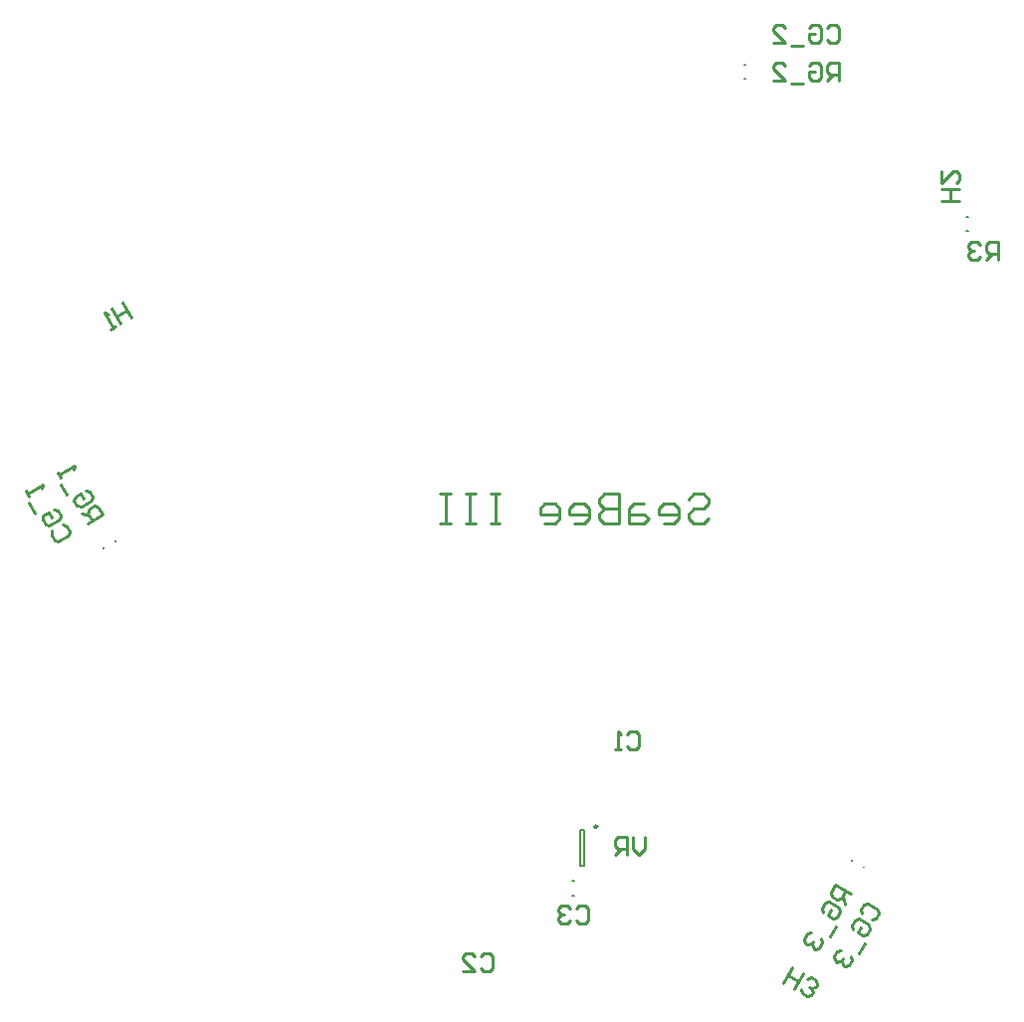
<source format=gbo>
%FSLAX23Y23*%
%MOIN*%
G70*
G01*
G75*
G04 Layer_Color=32896*
%ADD10R,0.057X0.065*%
G04:AMPARAMS|DCode=11|XSize=14mil|YSize=87mil|CornerRadius=0mil|HoleSize=0mil|Usage=FLASHONLY|Rotation=30.000|XOffset=0mil|YOffset=0mil|HoleType=Round|Shape=Rectangle|*
%AMROTATEDRECTD11*
4,1,4,0.016,-0.041,-0.028,0.034,-0.016,0.041,0.028,-0.034,0.016,-0.041,0.0*
%
%ADD11ROTATEDRECTD11*%

G04:AMPARAMS|DCode=12|XSize=55mil|YSize=47mil|CornerRadius=0mil|HoleSize=0mil|Usage=FLASHONLY|Rotation=210.000|XOffset=0mil|YOffset=0mil|HoleType=Round|Shape=Rectangle|*
%AMROTATEDRECTD12*
4,1,4,0.012,0.034,0.036,-0.007,-0.012,-0.034,-0.036,0.007,0.012,0.034,0.0*
%
%ADD12ROTATEDRECTD12*%

G04:AMPARAMS|DCode=13|XSize=12mil|YSize=35mil|CornerRadius=0mil|HoleSize=0mil|Usage=FLASHONLY|Rotation=30.000|XOffset=0mil|YOffset=0mil|HoleType=Round|Shape=Rectangle|*
%AMROTATEDRECTD13*
4,1,4,0.004,-0.018,-0.014,0.012,-0.004,0.018,0.014,-0.012,0.004,-0.018,0.0*
%
%ADD13ROTATEDRECTD13*%

G04:AMPARAMS|DCode=14|XSize=47mil|YSize=31mil|CornerRadius=0mil|HoleSize=0mil|Usage=FLASHONLY|Rotation=210.000|XOffset=0mil|YOffset=0mil|HoleType=Round|Shape=Rectangle|*
%AMROTATEDRECTD14*
4,1,4,0.013,0.025,0.028,-0.002,-0.013,-0.025,-0.028,0.002,0.013,0.025,0.0*
%
%ADD14ROTATEDRECTD14*%

G04:AMPARAMS|DCode=15|XSize=53mil|YSize=41mil|CornerRadius=0mil|HoleSize=0mil|Usage=FLASHONLY|Rotation=210.000|XOffset=0mil|YOffset=0mil|HoleType=Round|Shape=Rectangle|*
%AMROTATEDRECTD15*
4,1,4,0.013,0.031,0.033,-0.005,-0.013,-0.031,-0.033,0.005,0.013,0.031,0.0*
%
%ADD15ROTATEDRECTD15*%

G04:AMPARAMS|DCode=16|XSize=59mil|YSize=49mil|CornerRadius=0mil|HoleSize=0mil|Usage=FLASHONLY|Rotation=210.000|XOffset=0mil|YOffset=0mil|HoleType=Round|Shape=Rectangle|*
%AMROTATEDRECTD16*
4,1,4,0.013,0.036,0.038,-0.007,-0.013,-0.036,-0.038,0.007,0.013,0.036,0.0*
%
%ADD16ROTATEDRECTD16*%

G04:AMPARAMS|DCode=17|XSize=59mil|YSize=49mil|CornerRadius=0mil|HoleSize=0mil|Usage=FLASHONLY|Rotation=300.000|XOffset=0mil|YOffset=0mil|HoleType=Round|Shape=Rectangle|*
%AMROTATEDRECTD17*
4,1,4,-0.036,0.013,0.007,0.038,0.036,-0.013,-0.007,-0.038,-0.036,0.013,0.0*
%
%ADD17ROTATEDRECTD17*%

%ADD18R,0.055X0.047*%
G04:AMPARAMS|DCode=19|XSize=55mil|YSize=47mil|CornerRadius=0mil|HoleSize=0mil|Usage=FLASHONLY|Rotation=120.000|XOffset=0mil|YOffset=0mil|HoleType=Round|Shape=Rectangle|*
%AMROTATEDRECTD19*
4,1,4,0.034,-0.012,-0.007,-0.036,-0.034,0.012,0.007,0.036,0.034,-0.012,0.0*
%
%ADD19ROTATEDRECTD19*%

G04:AMPARAMS|DCode=20|XSize=55mil|YSize=47mil|CornerRadius=0mil|HoleSize=0mil|Usage=FLASHONLY|Rotation=240.000|XOffset=0mil|YOffset=0mil|HoleType=Round|Shape=Rectangle|*
%AMROTATEDRECTD20*
4,1,4,-0.007,0.036,0.034,0.012,0.007,-0.036,-0.034,-0.012,-0.007,0.036,0.0*
%
%ADD20ROTATEDRECTD20*%

%ADD21R,0.047X0.055*%
G04:AMPARAMS|DCode=22|XSize=55mil|YSize=47mil|CornerRadius=0mil|HoleSize=0mil|Usage=FLASHONLY|Rotation=330.000|XOffset=0mil|YOffset=0mil|HoleType=Round|Shape=Rectangle|*
%AMROTATEDRECTD22*
4,1,4,-0.036,-0.007,-0.012,0.034,0.036,0.007,0.012,-0.034,-0.036,-0.007,0.0*
%
%ADD22ROTATEDRECTD22*%

%ADD23R,0.035X0.012*%
G04:AMPARAMS|DCode=24|XSize=12mil|YSize=35mil|CornerRadius=0mil|HoleSize=0mil|Usage=FLASHONLY|Rotation=150.000|XOffset=0mil|YOffset=0mil|HoleType=Round|Shape=Rectangle|*
%AMROTATEDRECTD24*
4,1,4,0.014,0.012,-0.004,-0.018,-0.014,-0.012,0.004,0.018,0.014,0.012,0.0*
%
%ADD24ROTATEDRECTD24*%

%ADD25R,0.053X0.041*%
G04:AMPARAMS|DCode=26|XSize=53mil|YSize=41mil|CornerRadius=0mil|HoleSize=0mil|Usage=FLASHONLY|Rotation=120.000|XOffset=0mil|YOffset=0mil|HoleType=Round|Shape=Rectangle|*
%AMROTATEDRECTD26*
4,1,4,0.031,-0.013,-0.005,-0.033,-0.031,0.013,0.005,0.033,0.031,-0.013,0.0*
%
%ADD26ROTATEDRECTD26*%

G04:AMPARAMS|DCode=27|XSize=53mil|YSize=41mil|CornerRadius=0mil|HoleSize=0mil|Usage=FLASHONLY|Rotation=240.000|XOffset=0mil|YOffset=0mil|HoleType=Round|Shape=Rectangle|*
%AMROTATEDRECTD27*
4,1,4,-0.005,0.033,0.031,0.013,0.005,-0.033,-0.031,-0.013,-0.005,0.033,0.0*
%
%ADD27ROTATEDRECTD27*%

%ADD28R,0.047X0.031*%
G04:AMPARAMS|DCode=29|XSize=47mil|YSize=31mil|CornerRadius=0mil|HoleSize=0mil|Usage=FLASHONLY|Rotation=300.000|XOffset=0mil|YOffset=0mil|HoleType=Round|Shape=Rectangle|*
%AMROTATEDRECTD29*
4,1,4,-0.025,0.013,0.002,0.028,0.025,-0.013,-0.002,-0.028,-0.025,0.013,0.0*
%
%ADD29ROTATEDRECTD29*%

G04:AMPARAMS|DCode=30|XSize=47mil|YSize=31mil|CornerRadius=0mil|HoleSize=0mil|Usage=FLASHONLY|Rotation=60.000|XOffset=0mil|YOffset=0mil|HoleType=Round|Shape=Rectangle|*
%AMROTATEDRECTD30*
4,1,4,0.002,-0.028,-0.025,-0.013,-0.002,0.028,0.025,0.013,0.002,-0.028,0.0*
%
%ADD30ROTATEDRECTD30*%

%ADD31R,0.059X0.049*%
%ADD32R,0.049X0.059*%
G04:AMPARAMS|DCode=33|XSize=59mil|YSize=49mil|CornerRadius=0mil|HoleSize=0mil|Usage=FLASHONLY|Rotation=60.000|XOffset=0mil|YOffset=0mil|HoleType=Round|Shape=Rectangle|*
%AMROTATEDRECTD33*
4,1,4,0.007,-0.038,-0.036,-0.013,-0.007,0.038,0.036,0.013,0.007,-0.038,0.0*
%
%ADD33ROTATEDRECTD33*%

G04:AMPARAMS|DCode=34|XSize=59mil|YSize=49mil|CornerRadius=0mil|HoleSize=0mil|Usage=FLASHONLY|Rotation=150.000|XOffset=0mil|YOffset=0mil|HoleType=Round|Shape=Rectangle|*
%AMROTATEDRECTD34*
4,1,4,0.038,0.007,0.013,-0.036,-0.038,-0.007,-0.013,0.036,0.038,0.007,0.0*
%
%ADD34ROTATEDRECTD34*%

%ADD35R,0.087X0.014*%
G04:AMPARAMS|DCode=36|XSize=14mil|YSize=87mil|CornerRadius=0mil|HoleSize=0mil|Usage=FLASHONLY|Rotation=150.000|XOffset=0mil|YOffset=0mil|HoleType=Round|Shape=Rectangle|*
%AMROTATEDRECTD36*
4,1,4,0.028,0.034,-0.016,-0.041,-0.028,-0.034,0.016,0.041,0.028,0.034,0.0*
%
%ADD36ROTATEDRECTD36*%

G04:AMPARAMS|DCode=37|XSize=47mil|YSize=31mil|CornerRadius=0mil|HoleSize=0mil|Usage=FLASHONLY|Rotation=330.000|XOffset=0mil|YOffset=0mil|HoleType=Round|Shape=Rectangle|*
%AMROTATEDRECTD37*
4,1,4,-0.028,-0.002,-0.013,0.025,0.028,0.002,0.013,-0.025,-0.028,-0.002,0.0*
%
%ADD37ROTATEDRECTD37*%

G04:AMPARAMS|DCode=38|XSize=53mil|YSize=41mil|CornerRadius=0mil|HoleSize=0mil|Usage=FLASHONLY|Rotation=330.000|XOffset=0mil|YOffset=0mil|HoleType=Round|Shape=Rectangle|*
%AMROTATEDRECTD38*
4,1,4,-0.033,-0.005,-0.013,0.031,0.033,0.005,0.013,-0.031,-0.033,-0.005,0.0*
%
%ADD38ROTATEDRECTD38*%

%ADD39R,0.031X0.047*%
%ADD40R,0.041X0.053*%
%ADD41C,0.010*%
%ADD42C,0.130*%
%ADD43C,0.060*%
%ADD44P,0.084X4X165.0*%
%ADD45C,0.059*%
%ADD46R,0.059X0.059*%
%ADD47P,0.084X4X285.0*%
%ADD48C,0.050*%
%ADD49R,0.045X0.024*%
%ADD50R,0.077X0.049*%
%ADD51R,0.049X0.077*%
%ADD52C,0.024*%
%ADD53C,0.010*%
%ADD54C,0.008*%
%ADD55C,0.008*%
D41*
X11053Y3038D02*
X11070Y3055D01*
X11103D01*
X11120Y3038D01*
Y3022D01*
X11103Y3005D01*
X11070D01*
X11053Y2988D01*
Y2972D01*
X11070Y2955D01*
X11103D01*
X11120Y2972D01*
X10970Y2955D02*
X11003D01*
X11020Y2972D01*
Y3005D01*
X11003Y3022D01*
X10970D01*
X10953Y3005D01*
Y2988D01*
X11020D01*
X10903Y3022D02*
X10870D01*
X10853Y3005D01*
Y2955D01*
X10903D01*
X10920Y2972D01*
X10903Y2988D01*
X10853D01*
X10820Y3055D02*
Y2955D01*
X10770D01*
X10753Y2972D01*
Y2988D01*
X10770Y3005D01*
X10820D01*
X10770D01*
X10753Y3022D01*
Y3038D01*
X10770Y3055D01*
X10820D01*
X10670Y2955D02*
X10703D01*
X10720Y2972D01*
Y3005D01*
X10703Y3022D01*
X10670D01*
X10653Y3005D01*
Y2988D01*
X10720D01*
X10570Y2955D02*
X10604D01*
X10620Y2972D01*
Y3005D01*
X10604Y3022D01*
X10570D01*
X10554Y3005D01*
Y2988D01*
X10620D01*
X10420Y3055D02*
X10387D01*
X10404D01*
Y2955D01*
X10420D01*
X10387D01*
X10337Y3055D02*
X10304D01*
X10320D01*
Y2955D01*
X10337D01*
X10304D01*
X10254Y3055D02*
X10220D01*
X10237D01*
Y2955D01*
X10254D01*
X10220D01*
X11595Y1716D02*
X11543Y1746D01*
X11528Y1720D01*
X11532Y1706D01*
X11549Y1696D01*
X11563Y1700D01*
X11578Y1726D01*
X11568Y1709D02*
X11575Y1681D01*
X11502Y1654D02*
X11498Y1668D01*
X11508Y1685D01*
X11522Y1689D01*
X11556Y1669D01*
X11560Y1655D01*
X11550Y1638D01*
X11536Y1634D01*
X11519Y1644D01*
X11529Y1662D01*
X11544Y1607D02*
X11524Y1573D01*
X11462Y1585D02*
X11448Y1582D01*
X11438Y1564D01*
X11442Y1551D01*
X11450Y1546D01*
X11464Y1549D01*
X11469Y1558D01*
X11464Y1549D01*
X11468Y1536D01*
X11476Y1531D01*
X11490Y1534D01*
X11500Y1552D01*
X11496Y1565D01*
X11555Y4440D02*
Y4500D01*
X11525D01*
X11515Y4490D01*
Y4470D01*
X11525Y4460D01*
X11555D01*
X11535D02*
X11515Y4440D01*
X11455Y4490D02*
X11465Y4500D01*
X11485D01*
X11495Y4490D01*
Y4450D01*
X11485Y4440D01*
X11465D01*
X11455Y4450D01*
Y4470D01*
X11475D01*
X11435Y4430D02*
X11395D01*
X11335Y4440D02*
X11375D01*
X11335Y4480D01*
Y4490D01*
X11345Y4500D01*
X11365D01*
X11375Y4490D01*
X9038Y2955D02*
X9090Y2985D01*
X9075Y3011D01*
X9061Y3015D01*
X9044Y3005D01*
X9040Y2991D01*
X9055Y2965D01*
X9045Y2982D02*
X9018Y2990D01*
X9031Y3066D02*
X9045Y3063D01*
X9055Y3045D01*
X9051Y3032D01*
X9017Y3012D01*
X9003Y3016D01*
X8993Y3033D01*
X8997Y3046D01*
X9014Y3056D01*
X9024Y3039D01*
X8969Y3054D02*
X8949Y3088D01*
X8948Y3111D02*
X8938Y3128D01*
X8943Y3119D01*
X8995Y3149D01*
X8991Y3136D01*
X12090Y3840D02*
Y3900D01*
X12060D01*
X12050Y3890D01*
Y3870D01*
X12060Y3860D01*
X12090D01*
X12070D02*
X12050Y3840D01*
X12030Y3890D02*
X12020Y3900D01*
X12000D01*
X11990Y3890D01*
Y3880D01*
X12000Y3870D01*
X12010D01*
X12000D01*
X11990Y3860D01*
Y3850D01*
X12000Y3840D01*
X12020D01*
X12030Y3850D01*
X11631Y1649D02*
X11628Y1663D01*
X11638Y1680D01*
X11651Y1684D01*
X11686Y1664D01*
X11690Y1650D01*
X11680Y1633D01*
X11666Y1629D01*
X11601Y1597D02*
X11598Y1611D01*
X11608Y1628D01*
X11621Y1632D01*
X11656Y1612D01*
X11660Y1598D01*
X11650Y1581D01*
X11636Y1577D01*
X11619Y1587D01*
X11629Y1604D01*
X11643Y1550D02*
X11623Y1515D01*
X11561Y1528D02*
X11548Y1524D01*
X11538Y1507D01*
X11541Y1493D01*
X11550Y1488D01*
X11564Y1492D01*
X11569Y1500D01*
X11564Y1492D01*
X11567Y1478D01*
X11576Y1473D01*
X11590Y1477D01*
X11600Y1494D01*
X11596Y1508D01*
X11515Y4615D02*
X11525Y4625D01*
X11545D01*
X11555Y4615D01*
Y4575D01*
X11545Y4565D01*
X11525D01*
X11515Y4575D01*
X11455Y4615D02*
X11465Y4625D01*
X11485D01*
X11495Y4615D01*
Y4575D01*
X11485Y4565D01*
X11465D01*
X11455Y4575D01*
Y4595D01*
X11475D01*
X11435Y4555D02*
X11395D01*
X11335Y4565D02*
X11375D01*
X11335Y4605D01*
Y4615D01*
X11345Y4625D01*
X11365D01*
X11375Y4615D01*
X8955Y2952D02*
X8968Y2948D01*
X8978Y2931D01*
X8975Y2917D01*
X8940Y2897D01*
X8927Y2901D01*
X8917Y2918D01*
X8920Y2932D01*
X8925Y3004D02*
X8938Y3000D01*
X8948Y2983D01*
X8945Y2969D01*
X8910Y2949D01*
X8897Y2953D01*
X8887Y2970D01*
X8890Y2984D01*
X8908Y2994D01*
X8918Y2977D01*
X8863Y2991D02*
X8843Y3026D01*
X8842Y3048D02*
X8832Y3065D01*
X8837Y3057D01*
X8888Y3087D01*
X8885Y3073D01*
X11370Y1418D02*
X11400Y1470D01*
X11385Y1444D01*
X11420Y1424D01*
X11405Y1398D01*
X11435Y1450D01*
X11427Y1397D02*
X11431Y1383D01*
X11448Y1373D01*
X11462Y1377D01*
X11467Y1385D01*
X11463Y1399D01*
X11454Y1404D01*
X11463Y1399D01*
X11477Y1403D01*
X11482Y1411D01*
X11478Y1425D01*
X11461Y1435D01*
X11447Y1431D01*
X11960Y4035D02*
X11900D01*
X11930D01*
Y4075D01*
X11960D01*
X11900D01*
Y4135D02*
Y4095D01*
X11940Y4135D01*
X11950D01*
X11960Y4125D01*
Y4105D01*
X11950Y4095D01*
X9155Y3697D02*
X9185Y3645D01*
X9170Y3671D01*
X9135Y3651D01*
X9120Y3677D01*
X9150Y3625D01*
X9133Y3615D02*
X9116Y3605D01*
X9124Y3610D01*
X9094Y3662D01*
X9108Y3658D01*
X10845Y2250D02*
X10855Y2260D01*
X10875D01*
X10885Y2250D01*
Y2210D01*
X10875Y2200D01*
X10855D01*
X10845Y2210D01*
X10825Y2200D02*
X10805D01*
X10815D01*
Y2260D01*
X10825Y2250D01*
X10355Y1505D02*
X10365Y1515D01*
X10385D01*
X10395Y1505D01*
Y1465D01*
X10385Y1455D01*
X10365D01*
X10355Y1465D01*
X10295Y1455D02*
X10335D01*
X10295Y1495D01*
Y1505D01*
X10305Y1515D01*
X10325D01*
X10335Y1505D01*
X10675Y1665D02*
X10685Y1675D01*
X10705D01*
X10715Y1665D01*
Y1625D01*
X10705Y1615D01*
X10685D01*
X10675Y1625D01*
X10655Y1665D02*
X10645Y1675D01*
X10625D01*
X10615Y1665D01*
Y1655D01*
X10625Y1645D01*
X10635D01*
X10625D01*
X10615Y1635D01*
Y1625D01*
X10625Y1615D01*
X10645D01*
X10655Y1625D01*
X10905Y1905D02*
Y1865D01*
X10885Y1845D01*
X10865Y1865D01*
Y1905D01*
X10845Y1845D02*
Y1905D01*
X10815D01*
X10805Y1895D01*
Y1875D01*
X10815Y1865D01*
X10845D01*
X10825D02*
X10805Y1845D01*
D53*
X10746Y1941D02*
G03*
X10746Y1941I-5J0D01*
G01*
D54*
X10687Y1809D02*
Y1931D01*
X10703Y1809D02*
Y1931D01*
X10687Y1809D02*
X10703D01*
X10687Y1931D02*
X10703D01*
X10661Y1711D02*
X10669D01*
X10661Y1759D02*
X10669D01*
X9091Y2877D02*
X9093Y2874D01*
X9131Y2900D02*
X9133Y2896D01*
X11238Y4447D02*
X11242Y4447D01*
X11238Y4493D02*
X11242Y4493D01*
X11638Y1805D02*
X11640Y1808D01*
X11598Y1827D02*
X11600Y1831D01*
X11983Y3937D02*
X11987Y3937D01*
X11983Y3983D02*
X11987D01*
M02*

</source>
